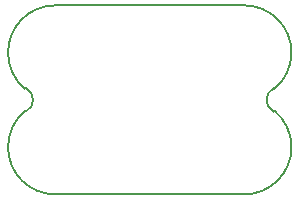
<source format=gm1>
G04 #@! TF.FileFunction,Profile,NP*
%FSLAX46Y46*%
G04 Gerber Fmt 4.6, Leading zero omitted, Abs format (unit mm)*
G04 Created by KiCad (PCBNEW 4.0.1-3.201512221402+6198~38~ubuntu14.04.1-stable) date Tue 01 Mar 2016 10:09:15 PM PST*
%MOMM*%
G01*
G04 APERTURE LIST*
%ADD10C,0.100000*%
%ADD11C,0.150000*%
G04 APERTURE END LIST*
D10*
D11*
X124939263Y-90427115D02*
G75*
G03X123500000Y-93500000I2560737J-3072885D01*
G01*
X125000000Y-90500000D02*
G75*
G03X125000000Y-88500000I-500000J1000000D01*
G01*
X124939263Y-88572885D02*
G75*
G02X123500000Y-85500000I2560737J3072885D01*
G01*
X146000000Y-88500000D02*
G75*
G03X146000000Y-90500000I500000J-1000000D01*
G01*
X146060737Y-90427115D02*
G75*
G02X147500000Y-93500000I-2560737J-3072885D01*
G01*
X146060737Y-88572885D02*
G75*
G03X147500000Y-85500000I-2560737J3072885D01*
G01*
X143500000Y-97500000D02*
G75*
G03X147500000Y-93500000I0J4000000D01*
G01*
X147500000Y-85500000D02*
G75*
G03X143500000Y-81500000I-4000000J0D01*
G01*
X127500000Y-81500000D02*
G75*
G03X123500000Y-85500000I0J-4000000D01*
G01*
X123500000Y-93500000D02*
G75*
G03X127500000Y-97500000I4000000J0D01*
G01*
X127500000Y-97500000D02*
X143500000Y-97500000D01*
X143500000Y-81500000D02*
X127500000Y-81500000D01*
M02*

</source>
